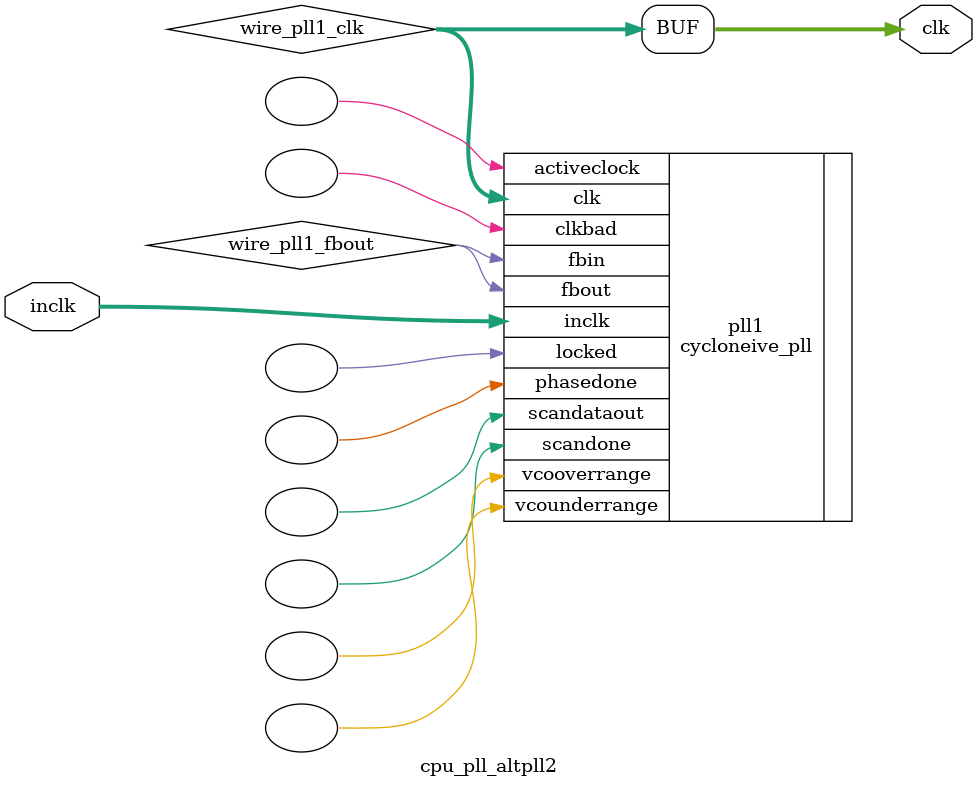
<source format=v>






//synthesis_resources = cycloneive_pll 1 
//synopsys translate_off
`timescale 1 ps / 1 ps
//synopsys translate_on
module  cpu_pll_altpll2
	( 
	clk,
	inclk) /* synthesis synthesis_clearbox=1 */;
	output   [4:0]  clk;
	input   [1:0]  inclk;
`ifndef ALTERA_RESERVED_QIS
// synopsys translate_off
`endif
	tri0   [1:0]  inclk;
`ifndef ALTERA_RESERVED_QIS
// synopsys translate_on
`endif

	wire  [4:0]   wire_pll1_clk;
	wire  wire_pll1_fbout;

	cycloneive_pll   pll1
	( 
	.activeclock(),
	.clk(wire_pll1_clk),
	.clkbad(),
	.fbin(wire_pll1_fbout),
	.fbout(wire_pll1_fbout),
	.inclk(inclk),
	.locked(),
	.phasedone(),
	.scandataout(),
	.scandone(),
	.vcooverrange(),
	.vcounderrange()
	`ifndef FORMAL_VERIFICATION
	// synopsys translate_off
	`endif
	,
	.areset(1'b0),
	.clkswitch(1'b0),
	.configupdate(1'b0),
	.pfdena(1'b1),
	.phasecounterselect({3{1'b0}}),
	.phasestep(1'b0),
	.phaseupdown(1'b0),
	.scanclk(1'b0),
	.scanclkena(1'b1),
	.scandata(1'b0)
	`ifndef FORMAL_VERIFICATION
	// synopsys translate_on
	`endif
	);
	defparam
		pll1.bandwidth_type = "auto",
		pll1.clk0_divide_by = 25,
		pll1.clk0_duty_cycle = 50,
		pll1.clk0_multiply_by = 1,
		pll1.clk0_phase_shift = "0",
		pll1.clk1_divide_by = 1,
		pll1.clk1_duty_cycle = 50,
		pll1.clk1_multiply_by = 2,
		pll1.clk1_phase_shift = "0",
		pll1.compensate_clock = "clk0",
		pll1.inclk0_input_frequency = 40000,
		pll1.operation_mode = "normal",
		pll1.pll_type = "auto",
		pll1.lpm_type = "cycloneive_pll";
	assign
		clk = {wire_pll1_clk[4:0]};
endmodule //cpu_pll_altpll2
//VALID FILE

</source>
